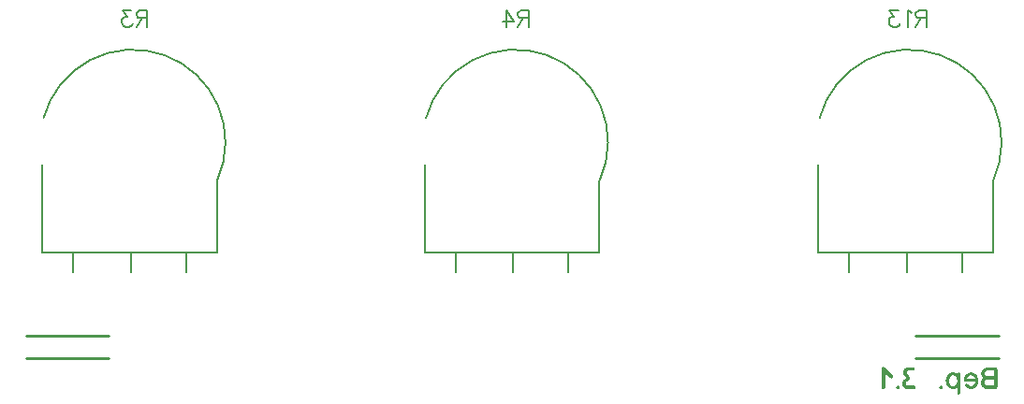
<source format=gbo>
G04*
G04 #@! TF.GenerationSoftware,Altium Limited,Altium Designer,21.0.8 (223)*
G04*
G04 Layer_Color=16777215*
%FSLAX44Y44*%
%MOMM*%
G71*
G04*
G04 #@! TF.SameCoordinates,E1CE83FB-EE8D-4ACF-9475-2CBEE53E120E*
G04*
G04*
G04 #@! TF.FilePolarity,Positive*
G04*
G01*
G75*
%ADD36C,0.2000*%
%ADD37C,0.2540*%
%ADD38C,0.1500*%
G36*
X835723Y42060D02*
X835945Y42004D01*
X836167Y41893D01*
X836361Y41782D01*
X836500Y41671D01*
X836639Y41560D01*
X836722Y41504D01*
X836750Y41477D01*
X844329Y34397D01*
X844496Y34203D01*
X844607Y34036D01*
X844718Y33842D01*
X844773Y33675D01*
X844801Y33537D01*
X844829Y33426D01*
Y33342D01*
Y33315D01*
X844801Y33093D01*
X844746Y32870D01*
X844690Y32676D01*
X844579Y32510D01*
X844496Y32398D01*
X844440Y32287D01*
X844385Y32232D01*
X844357Y32204D01*
X844163Y32037D01*
X843996Y31927D01*
X843802Y31843D01*
X843635Y31788D01*
X843496Y31760D01*
X843385Y31732D01*
X843274D01*
X843052Y31760D01*
X842858Y31815D01*
X842525Y31954D01*
X842386Y32037D01*
X842303Y32121D01*
X842247Y32149D01*
X842219Y32176D01*
X837250Y36868D01*
Y23403D01*
X837222Y23154D01*
X837194Y22904D01*
X837111Y22709D01*
X837000Y22543D01*
X836778Y22265D01*
X836472Y22099D01*
X836195Y21988D01*
X835973Y21932D01*
X835779Y21904D01*
X835723D01*
X835445Y21932D01*
X835223Y21960D01*
X835001Y22043D01*
X834835Y22126D01*
X834557Y22376D01*
X834390Y22654D01*
X834279Y22931D01*
X834224Y23181D01*
X834196Y23348D01*
Y23376D01*
Y23403D01*
Y40366D01*
Y40672D01*
X834251Y40921D01*
X834307Y41171D01*
X834390Y41366D01*
X834501Y41532D01*
X834613Y41671D01*
X834835Y41865D01*
X835057Y42004D01*
X835279Y42060D01*
X835418Y42087D01*
X835473D01*
X835723Y42060D01*
D02*
G37*
G36*
X915595Y37090D02*
X916122Y37007D01*
X916622Y36896D01*
X917066Y36757D01*
X917510Y36591D01*
X917899Y36396D01*
X918260Y36174D01*
X918593Y35980D01*
X918871Y35758D01*
X919148Y35536D01*
X919370Y35341D01*
X919537Y35175D01*
X919676Y35036D01*
X919787Y34925D01*
X919842Y34841D01*
X919870Y34814D01*
X920176Y34397D01*
X920425Y33981D01*
X920675Y33537D01*
X920870Y33093D01*
X921036Y32648D01*
X921175Y32232D01*
X921369Y31399D01*
X921453Y31038D01*
X921508Y30677D01*
X921536Y30372D01*
X921564Y30122D01*
X921591Y29900D01*
Y29733D01*
Y29622D01*
Y29595D01*
X921564Y29039D01*
X921508Y28540D01*
X921425Y28012D01*
X921286Y27540D01*
X921147Y27096D01*
X920981Y26652D01*
X920814Y26263D01*
X920648Y25902D01*
X920481Y25569D01*
X920287Y25264D01*
X920148Y25014D01*
X920009Y24792D01*
X919870Y24625D01*
X919787Y24514D01*
X919731Y24431D01*
X919704Y24403D01*
X919315Y23986D01*
X918926Y23626D01*
X918510Y23320D01*
X918121Y23043D01*
X917705Y22820D01*
X917288Y22626D01*
X916900Y22460D01*
X916539Y22348D01*
X916178Y22238D01*
X915872Y22182D01*
X915567Y22126D01*
X915317Y22071D01*
X915123D01*
X914984Y22043D01*
X914845D01*
X914290Y22099D01*
X913735Y22210D01*
X913207Y22376D01*
X912708Y22598D01*
X912291Y22793D01*
X912097Y22876D01*
X911958Y22959D01*
X911819Y23015D01*
X911736Y23070D01*
X911680Y23126D01*
X911653D01*
X911319Y23348D01*
X911014Y23570D01*
X910764Y23792D01*
X910542Y24042D01*
X910348Y24236D01*
X910209Y24458D01*
X910070Y24653D01*
X909987Y24847D01*
X909848Y25180D01*
X909765Y25458D01*
X909737Y25624D01*
Y25652D01*
Y25680D01*
X909765Y25874D01*
X909792Y26069D01*
X909959Y26374D01*
X910042Y26485D01*
X910098Y26568D01*
X910153Y26596D01*
X910181Y26624D01*
X910348Y26763D01*
X910514Y26846D01*
X910820Y26957D01*
X910958Y26985D01*
X911070Y27013D01*
X911153D01*
X911347Y26957D01*
X911597Y26818D01*
X911847Y26652D01*
X912097Y26430D01*
X912319Y26207D01*
X912485Y26041D01*
X912597Y25902D01*
X912652Y25847D01*
X913013Y25458D01*
X913402Y25180D01*
X913790Y24986D01*
X914151Y24847D01*
X914456Y24764D01*
X914679Y24736D01*
X914845Y24708D01*
X914901D01*
X915178Y24736D01*
X915456Y24764D01*
X915956Y24903D01*
X916400Y25125D01*
X916789Y25347D01*
X917094Y25569D01*
X917344Y25791D01*
X917483Y25930D01*
X917510Y25985D01*
X917538D01*
X917899Y26430D01*
X918177Y26874D01*
X918427Y27318D01*
X918593Y27734D01*
X918704Y28095D01*
X918787Y28401D01*
X918815Y28512D01*
X918843Y28595D01*
Y28623D01*
Y28651D01*
X909903D01*
X909681Y28678D01*
X909515Y28706D01*
X909210Y28873D01*
X909098Y28928D01*
X909015Y29011D01*
X908987Y29039D01*
X908960Y29067D01*
X908821Y29234D01*
X908737Y29400D01*
X908626Y29733D01*
X908599Y29872D01*
X908571Y29983D01*
Y30039D01*
Y30066D01*
X908599Y30594D01*
X908654Y31094D01*
X908737Y31566D01*
X908849Y32038D01*
X908987Y32454D01*
X909126Y32870D01*
X909293Y33231D01*
X909459Y33565D01*
X909626Y33870D01*
X909792Y34148D01*
X909931Y34397D01*
X910070Y34592D01*
X910181Y34758D01*
X910264Y34869D01*
X910320Y34925D01*
X910348Y34953D01*
X910709Y35341D01*
X911097Y35674D01*
X911486Y35952D01*
X911875Y36202D01*
X912263Y36424D01*
X912652Y36591D01*
X913041Y36729D01*
X913402Y36840D01*
X913735Y36924D01*
X914040Y37007D01*
X914318Y37062D01*
X914568Y37090D01*
X914762Y37118D01*
X915040D01*
X915595Y37090D01*
D02*
G37*
G36*
X937499Y41616D02*
X937693Y41560D01*
X937888Y41505D01*
X938054Y41421D01*
X938166Y41310D01*
X938277Y41255D01*
X938332Y41199D01*
X938360Y41171D01*
X938499Y41005D01*
X938610Y40810D01*
X938693Y40644D01*
X938748Y40477D01*
X938776Y40339D01*
X938804Y40227D01*
Y40144D01*
Y40116D01*
Y23653D01*
X938776Y23431D01*
X938721Y23237D01*
X938665Y23043D01*
X938582Y22876D01*
X938499Y22765D01*
X938415Y22654D01*
X938388Y22598D01*
X938360Y22571D01*
X938166Y22432D01*
X937999Y22321D01*
X937805Y22238D01*
X937638Y22182D01*
X937499Y22154D01*
X937388Y22126D01*
X929865D01*
X929393Y22154D01*
X928976Y22210D01*
X928560Y22265D01*
X928171Y22376D01*
X927449Y22654D01*
X927144Y22793D01*
X926839Y22959D01*
X926589Y23098D01*
X926367Y23237D01*
X926172Y23376D01*
X926006Y23515D01*
X925867Y23626D01*
X925783Y23681D01*
X925728Y23737D01*
X925700Y23764D01*
X925395Y24098D01*
X925145Y24431D01*
X924923Y24764D01*
X924729Y25125D01*
X924562Y25458D01*
X924451Y25819D01*
X924229Y26485D01*
X924173Y26763D01*
X924118Y27040D01*
X924090Y27290D01*
X924062Y27512D01*
X924035Y27679D01*
Y27818D01*
Y27901D01*
Y27929D01*
X924062Y28428D01*
X924118Y28873D01*
X924201Y29317D01*
X924340Y29733D01*
X924479Y30122D01*
X924617Y30483D01*
X924812Y30816D01*
X924978Y31121D01*
X925145Y31371D01*
X925312Y31621D01*
X925478Y31816D01*
X925617Y31982D01*
X925756Y32121D01*
X925839Y32204D01*
X925895Y32260D01*
X925922Y32287D01*
X925645Y32593D01*
X925367Y32926D01*
X925173Y33231D01*
X924978Y33565D01*
X924812Y33898D01*
X924673Y34231D01*
X924479Y34814D01*
X924368Y35341D01*
X924340Y35563D01*
X924312Y35758D01*
X924284Y35924D01*
Y36035D01*
Y36119D01*
Y36146D01*
X924312Y36563D01*
X924340Y36979D01*
X924423Y37340D01*
X924534Y37729D01*
X924784Y38367D01*
X925089Y38950D01*
X925228Y39200D01*
X925395Y39395D01*
X925534Y39589D01*
X925645Y39755D01*
X925756Y39866D01*
X925811Y39950D01*
X925867Y40005D01*
X925895Y40033D01*
X926200Y40311D01*
X926533Y40560D01*
X926839Y40783D01*
X927172Y40977D01*
X927505Y41116D01*
X927838Y41255D01*
X928449Y41449D01*
X928976Y41560D01*
X929198Y41588D01*
X929393Y41616D01*
X929559Y41643D01*
X937277D01*
X937499Y41616D01*
D02*
G37*
G36*
X862597Y41616D02*
X862847Y41588D01*
X863041Y41504D01*
X863207Y41393D01*
X863485Y41171D01*
X863652Y40894D01*
X863763Y40588D01*
X863818Y40366D01*
X863846Y40172D01*
Y40144D01*
Y40116D01*
X863818Y39866D01*
X863791Y39617D01*
X863707Y39422D01*
X863624Y39256D01*
X863374Y38978D01*
X863096Y38812D01*
X862819Y38700D01*
X862569Y38645D01*
X862402Y38617D01*
X857961D01*
X857766Y38589D01*
X857572Y38562D01*
X857294Y38423D01*
X857183Y38340D01*
X857100Y38284D01*
X857072Y38256D01*
X857044Y38228D01*
X856906Y38090D01*
X856822Y37923D01*
X856711Y37618D01*
X856683Y37507D01*
X856656Y37396D01*
Y37340D01*
Y37312D01*
X856711Y37007D01*
X856795Y36757D01*
X856878Y36590D01*
X856933Y36563D01*
Y36535D01*
X857350Y36007D01*
X857738Y35508D01*
X858127Y35036D01*
X858460Y34619D01*
X858738Y34258D01*
X858960Y34009D01*
X859043Y33898D01*
X859099Y33814D01*
X859154Y33786D01*
Y33759D01*
X859404Y33398D01*
X859598Y33093D01*
X859737Y32815D01*
X859820Y32620D01*
X859876Y32426D01*
X859932Y32315D01*
Y32232D01*
Y32204D01*
X859904Y31982D01*
X859793Y31732D01*
X859654Y31510D01*
X859515Y31288D01*
X859349Y31094D01*
X859238Y30927D01*
X859127Y30816D01*
X859099Y30788D01*
X859043Y30733D01*
X858960Y30649D01*
X858821Y30538D01*
X858627Y30372D01*
X858238Y30011D01*
X857766Y29595D01*
X857322Y29178D01*
X857100Y28984D01*
X856933Y28817D01*
X856767Y28678D01*
X856656Y28567D01*
X856572Y28512D01*
X856545Y28484D01*
X856322Y28262D01*
X856184Y28040D01*
X856073Y27790D01*
X855989Y27596D01*
X855934Y27401D01*
X855906Y27235D01*
Y27124D01*
Y27096D01*
X855934Y26818D01*
X855989Y26568D01*
X856073Y26319D01*
X856156Y26124D01*
X856267Y25958D01*
X856350Y25847D01*
X856406Y25763D01*
X856433Y25735D01*
X856656Y25541D01*
X856878Y25402D01*
X857100Y25319D01*
X857322Y25264D01*
X857488Y25208D01*
X857655Y25180D01*
X863541D01*
X863818Y25152D01*
X864040Y25125D01*
X864235Y25041D01*
X864429Y24930D01*
X864707Y24708D01*
X864873Y24431D01*
X864984Y24125D01*
X865040Y23903D01*
X865068Y23709D01*
Y23681D01*
Y23653D01*
X865040Y23376D01*
X865012Y23154D01*
X864929Y22959D01*
X864818Y22765D01*
X864596Y22487D01*
X864290Y22321D01*
X864013Y22210D01*
X863791Y22154D01*
X863596Y22126D01*
X857794D01*
X857405Y22154D01*
X857017Y22182D01*
X856322Y22376D01*
X855712Y22626D01*
X855184Y22904D01*
X854768Y23181D01*
X854574Y23320D01*
X854435Y23431D01*
X854324Y23542D01*
X854240Y23626D01*
X854213Y23653D01*
X854185Y23681D01*
X853963Y23959D01*
X853741Y24236D01*
X853408Y24819D01*
X853185Y25402D01*
X853019Y25958D01*
X852908Y26430D01*
X852880Y26624D01*
Y26790D01*
X852852Y26929D01*
Y27040D01*
Y27096D01*
Y27124D01*
X852880Y27512D01*
X852935Y27901D01*
X853019Y28262D01*
X853102Y28595D01*
X853380Y29234D01*
X853685Y29761D01*
X853990Y30178D01*
X854129Y30344D01*
X854268Y30511D01*
X854351Y30622D01*
X854435Y30705D01*
X854490Y30733D01*
X854518Y30761D01*
X856322Y32371D01*
X854546Y34647D01*
X854240Y35119D01*
X853990Y35563D01*
X853824Y36007D01*
X853713Y36424D01*
X853657Y36785D01*
X853602Y37062D01*
Y37174D01*
Y37257D01*
Y37285D01*
Y37312D01*
Y37645D01*
X853657Y37951D01*
X853796Y38534D01*
X853990Y39034D01*
X854185Y39478D01*
X854407Y39839D01*
X854601Y40116D01*
X854740Y40283D01*
X854768Y40311D01*
X854796Y40338D01*
X855045Y40560D01*
X855295Y40783D01*
X855823Y41088D01*
X856350Y41338D01*
X856850Y41477D01*
X857294Y41588D01*
X857488Y41616D01*
X857655D01*
X857766Y41643D01*
X862347D01*
X862597Y41616D01*
D02*
G37*
G36*
X888027Y25152D02*
X888249Y25125D01*
X888443Y25041D01*
X888638Y24930D01*
X888915Y24708D01*
X889082Y24431D01*
X889193Y24125D01*
X889249Y23903D01*
X889276Y23709D01*
Y23681D01*
Y23653D01*
Y23403D01*
X889249Y23154D01*
X889221Y22904D01*
X889137Y22710D01*
X889026Y22543D01*
X888804Y22265D01*
X888499Y22099D01*
X888221Y21988D01*
X887999Y21932D01*
X887805Y21904D01*
X887749D01*
X887472Y21932D01*
X887250Y21960D01*
X887055Y22043D01*
X886889Y22126D01*
X886611Y22376D01*
X886444Y22654D01*
X886333Y22932D01*
X886278Y23181D01*
X886250Y23348D01*
Y23376D01*
Y23403D01*
Y23653D01*
X886278Y23931D01*
X886306Y24153D01*
X886389Y24375D01*
X886472Y24542D01*
X886722Y24819D01*
X887000Y24986D01*
X887277Y25097D01*
X887527Y25152D01*
X887694Y25180D01*
X887749D01*
X888027Y25152D01*
D02*
G37*
G36*
X848993Y25152D02*
X849215Y25125D01*
X849410Y25041D01*
X849604Y24930D01*
X849882Y24708D01*
X850048Y24431D01*
X850159Y24125D01*
X850215Y23903D01*
X850243Y23709D01*
Y23681D01*
Y23653D01*
Y23403D01*
X850215Y23154D01*
X850187Y22904D01*
X850104Y22709D01*
X849993Y22543D01*
X849771Y22265D01*
X849465Y22099D01*
X849188Y21988D01*
X848966Y21932D01*
X848771Y21904D01*
X848716D01*
X848438Y21932D01*
X848216Y21960D01*
X848022Y22043D01*
X847855Y22126D01*
X847577Y22376D01*
X847411Y22654D01*
X847300Y22931D01*
X847244Y23181D01*
X847216Y23348D01*
Y23376D01*
Y23403D01*
Y23653D01*
X847244Y23931D01*
X847272Y24153D01*
X847355Y24375D01*
X847439Y24542D01*
X847688Y24819D01*
X847966Y24986D01*
X848244Y25097D01*
X848494Y25152D01*
X848660Y25180D01*
X848716D01*
X848993Y25152D01*
D02*
G37*
G36*
X898938Y37257D02*
X899354Y37201D01*
X899715Y37146D01*
X900104Y37035D01*
X900770Y36757D01*
X901380Y36479D01*
X901630Y36313D01*
X901880Y36174D01*
X902075Y36035D01*
X902241Y35896D01*
X902380Y35786D01*
X902491Y35730D01*
X902547Y35674D01*
X902574Y35647D01*
X902602Y35924D01*
X902630Y36174D01*
X902685Y36369D01*
X902796Y36535D01*
X902991Y36813D01*
X903241Y37007D01*
X903491Y37118D01*
X903713Y37174D01*
X903879Y37201D01*
X903935D01*
X904157Y37174D01*
X904379Y37146D01*
X904712Y37007D01*
X904934Y36785D01*
X905101Y36535D01*
X905184Y36285D01*
X905239Y36091D01*
X905267Y35924D01*
Y35896D01*
Y35869D01*
Y18601D01*
X905239Y18351D01*
X905212Y18156D01*
X905156Y17962D01*
X905045Y17823D01*
X904851Y17573D01*
X904601Y17407D01*
X904351Y17324D01*
X904129Y17268D01*
X903990Y17240D01*
X903935D01*
X903685Y17268D01*
X903491Y17296D01*
X903296Y17379D01*
X903157Y17462D01*
X902907Y17685D01*
X902741Y17934D01*
X902658Y18184D01*
X902602Y18379D01*
X902574Y18545D01*
Y18573D01*
Y18601D01*
Y23459D01*
X902269Y23209D01*
X901936Y22959D01*
X901630Y22765D01*
X901325Y22598D01*
X900714Y22321D01*
X900159Y22154D01*
X899687Y22043D01*
X899465Y22015D01*
X899298Y21988D01*
X899160Y21960D01*
X898965D01*
X898438Y21988D01*
X897938Y22071D01*
X897466Y22182D01*
X896994Y22348D01*
X896578Y22543D01*
X896161Y22765D01*
X895800Y22987D01*
X895467Y23209D01*
X895162Y23431D01*
X894884Y23681D01*
X894634Y23876D01*
X894440Y24070D01*
X894273Y24236D01*
X894162Y24347D01*
X894107Y24431D01*
X894079Y24458D01*
X893746Y24903D01*
X893441Y25375D01*
X893191Y25819D01*
X892941Y26291D01*
X892774Y26735D01*
X892608Y27179D01*
X892469Y27596D01*
X892386Y27984D01*
X892302Y28345D01*
X892247Y28678D01*
X892191Y28984D01*
X892163Y29234D01*
X892136Y29428D01*
Y29567D01*
Y29678D01*
Y29706D01*
X892163Y30205D01*
X892219Y30705D01*
X892302Y31205D01*
X892413Y31649D01*
X892719Y32510D01*
X892858Y32926D01*
X893024Y33287D01*
X893219Y33620D01*
X893357Y33898D01*
X893524Y34175D01*
X893663Y34370D01*
X893774Y34564D01*
X893857Y34675D01*
X893913Y34758D01*
X893940Y34786D01*
X894329Y35230D01*
X894690Y35619D01*
X895106Y35952D01*
X895495Y36230D01*
X895884Y36479D01*
X896272Y36674D01*
X896633Y36840D01*
X896994Y36979D01*
X897299Y37062D01*
X897605Y37146D01*
X897883Y37201D01*
X898105Y37257D01*
X898299D01*
X898438Y37285D01*
X898549D01*
X898938Y37257D01*
D02*
G37*
%LPC*%
G36*
X915123Y34508D02*
X915067D01*
X914595Y34481D01*
X914151Y34370D01*
X913763Y34203D01*
X913429Y34036D01*
X913152Y33842D01*
X912930Y33703D01*
X912819Y33592D01*
X912763Y33537D01*
X912458Y33204D01*
X912208Y32843D01*
X911986Y32454D01*
X911791Y32121D01*
X911653Y31816D01*
X911569Y31566D01*
X911514Y31399D01*
X911486Y31371D01*
Y31344D01*
X918649D01*
X918482Y31816D01*
X918260Y32260D01*
X918066Y32621D01*
X917843Y32954D01*
X917677Y33204D01*
X917510Y33370D01*
X917399Y33509D01*
X917372Y33537D01*
X916983Y33870D01*
X916566Y34092D01*
X916178Y34258D01*
X915845Y34397D01*
X915511Y34453D01*
X915289Y34481D01*
X915123Y34508D01*
D02*
G37*
G36*
X935778Y38617D02*
X929781D01*
X929420Y38589D01*
X929087Y38506D01*
X928782Y38367D01*
X928532Y38256D01*
X928338Y38117D01*
X928171Y37979D01*
X928088Y37895D01*
X928060Y37868D01*
X927810Y37590D01*
X927644Y37285D01*
X927505Y37007D01*
X927421Y36729D01*
X927366Y36507D01*
X927338Y36313D01*
Y36202D01*
Y36146D01*
X927366Y35786D01*
X927449Y35452D01*
X927588Y35147D01*
X927699Y34897D01*
X927838Y34675D01*
X927977Y34536D01*
X928060Y34425D01*
X928088Y34397D01*
X928365Y34175D01*
X928671Y34009D01*
X928976Y33870D01*
X929254Y33787D01*
X929504Y33731D01*
X929698Y33703D01*
X935778D01*
Y38617D01*
D02*
G37*
G36*
Y30677D02*
X929809D01*
X929365Y30649D01*
X928976Y30566D01*
X928643Y30427D01*
X928365Y30289D01*
X928143Y30150D01*
X927977Y30011D01*
X927866Y29928D01*
X927838Y29900D01*
X927588Y29595D01*
X927394Y29289D01*
X927283Y28956D01*
X927172Y28623D01*
X927116Y28345D01*
X927088Y28123D01*
Y27984D01*
Y27957D01*
Y27929D01*
X927116Y27485D01*
X927199Y27096D01*
X927338Y26735D01*
X927477Y26457D01*
X927616Y26235D01*
X927755Y26069D01*
X927838Y25958D01*
X927866Y25930D01*
X928171Y25680D01*
X928504Y25486D01*
X928837Y25375D01*
X929143Y25264D01*
X929420Y25208D01*
X929670Y25180D01*
X935778D01*
Y30677D01*
D02*
G37*
G36*
X899048Y34564D02*
X898882D01*
X898577Y34536D01*
X898271Y34481D01*
X897966Y34397D01*
X897688Y34314D01*
X897188Y34036D01*
X896772Y33731D01*
X896439Y33426D01*
X896189Y33148D01*
X896078Y33065D01*
X896022Y32982D01*
X895967Y32926D01*
Y32898D01*
X895606Y32315D01*
X895328Y31732D01*
X895134Y31177D01*
X894995Y30677D01*
X894912Y30233D01*
X894884Y30039D01*
Y29900D01*
X894856Y29761D01*
Y29678D01*
Y29622D01*
Y29595D01*
X894912Y28984D01*
X895023Y28401D01*
X895190Y27845D01*
X895384Y27373D01*
X895578Y26957D01*
X895661Y26790D01*
X895745Y26652D01*
X895800Y26541D01*
X895856Y26457D01*
X895911Y26402D01*
Y26374D01*
X896133Y26069D01*
X896356Y25819D01*
X896578Y25569D01*
X896827Y25375D01*
X897050Y25208D01*
X897272Y25069D01*
X897688Y24875D01*
X898077Y24736D01*
X898354Y24681D01*
X898465Y24653D01*
X898632D01*
X898938Y24681D01*
X899215Y24736D01*
X899493Y24819D01*
X899743Y24930D01*
X900242Y25180D01*
X900659Y25513D01*
X900992Y25819D01*
X901242Y26096D01*
X901353Y26180D01*
X901408Y26263D01*
X901436Y26319D01*
X901464Y26346D01*
X901825Y26929D01*
X902102Y27540D01*
X902297Y28068D01*
X902436Y28567D01*
X902519Y29011D01*
X902547Y29178D01*
Y29345D01*
X902574Y29456D01*
Y29539D01*
Y29595D01*
Y29622D01*
X902519Y30261D01*
X902408Y30844D01*
X902269Y31399D01*
X902075Y31899D01*
X901908Y32287D01*
X901825Y32454D01*
X901741Y32593D01*
X901686Y32732D01*
X901630Y32815D01*
X901603Y32843D01*
Y32870D01*
X901380Y33176D01*
X901158Y33426D01*
X900936Y33648D01*
X900714Y33842D01*
X900492Y34009D01*
X900242Y34148D01*
X899826Y34342D01*
X899437Y34481D01*
X899160Y34536D01*
X899048Y34564D01*
D02*
G37*
%LPD*%
D36*
X233258Y211315D02*
G03*
X75974Y267258I-76368J34365D01*
G01*
X579258Y211315D02*
G03*
X421974Y267258I-76368J34365D01*
G01*
X935258Y211315D02*
G03*
X777974Y267258I-76368J34365D01*
G01*
X102890Y127680D02*
Y144680D01*
X154890Y127680D02*
Y144680D01*
X204890Y127680D02*
Y144680D01*
X74890Y145680D02*
Y225680D01*
Y145680D02*
X232890D01*
Y210680D01*
X448890Y127680D02*
Y144680D01*
X500890Y127680D02*
Y144680D01*
X550890Y127680D02*
Y144680D01*
X420890Y145680D02*
Y225680D01*
Y145680D02*
X578890D01*
Y210680D01*
X934890Y145680D02*
Y210680D01*
X776890Y145680D02*
X934890D01*
X776890D02*
Y225680D01*
X906890Y127680D02*
Y144680D01*
X856890Y127680D02*
Y144680D01*
X804890Y127680D02*
Y144680D01*
D37*
X60000Y50000D02*
X135000D01*
X60000Y70000D02*
X135000D01*
X865000D02*
X940000D01*
X865000Y50000D02*
X940000D01*
D38*
X875000Y364997D02*
Y350000D01*
Y364997D02*
X868573D01*
X866430Y364283D01*
X865716Y363568D01*
X865002Y362140D01*
Y360712D01*
X865716Y359284D01*
X866430Y358570D01*
X868573Y357855D01*
X875000D01*
X870001D02*
X865002Y350000D01*
X861646Y362140D02*
X860218Y362854D01*
X858075Y364997D01*
Y350000D01*
X849220Y364997D02*
X841364D01*
X845649Y359284D01*
X843507D01*
X842078Y358570D01*
X841364Y357855D01*
X840650Y355713D01*
Y354285D01*
X841364Y352142D01*
X842793Y350714D01*
X844935Y350000D01*
X847077D01*
X849220Y350714D01*
X849934Y351428D01*
X850648Y352856D01*
X515000Y364997D02*
Y350000D01*
Y364997D02*
X508573D01*
X506430Y364283D01*
X505716Y363568D01*
X505002Y362140D01*
Y360712D01*
X505716Y359284D01*
X506430Y358570D01*
X508573Y357855D01*
X515000D01*
X510001D02*
X505002Y350000D01*
X494504Y364997D02*
X501646Y354999D01*
X490934D01*
X494504Y364997D02*
Y350000D01*
X170000Y364997D02*
Y350000D01*
Y364997D02*
X163573D01*
X161430Y364283D01*
X160716Y363568D01*
X160002Y362140D01*
Y360712D01*
X160716Y359284D01*
X161430Y358570D01*
X163573Y357855D01*
X170000D01*
X165001D02*
X160002Y350000D01*
X155218Y364997D02*
X147362D01*
X151647Y359284D01*
X149504D01*
X148076Y358570D01*
X147362Y357855D01*
X146648Y355713D01*
Y354285D01*
X147362Y352142D01*
X148790Y350714D01*
X150933Y350000D01*
X153075D01*
X155218Y350714D01*
X155932Y351428D01*
X156646Y352856D01*
M02*

</source>
